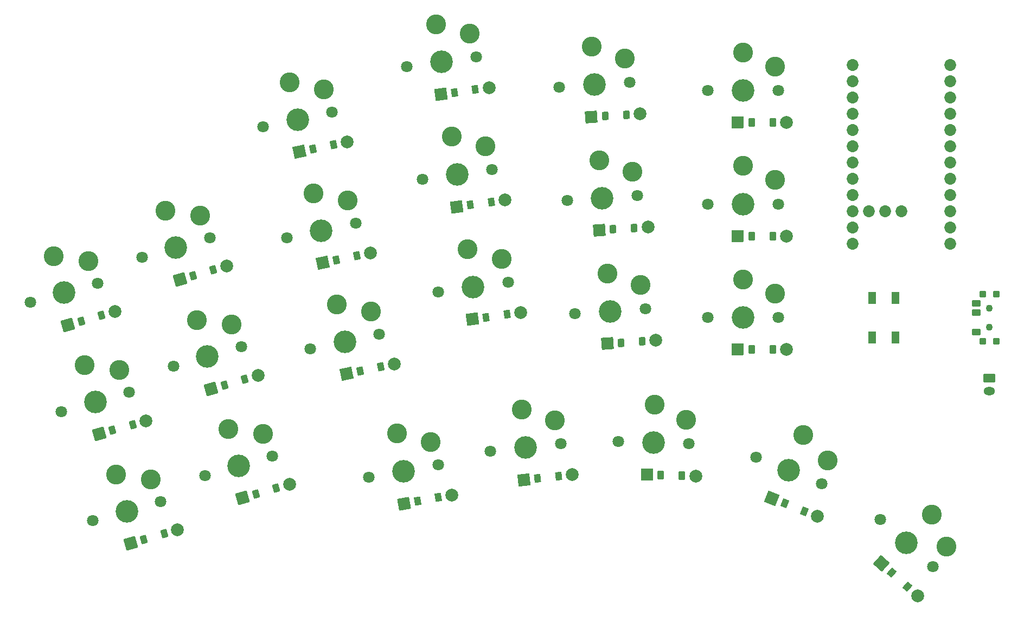
<source format=gbr>
%TF.GenerationSoftware,KiCad,Pcbnew,8.0.4*%
%TF.CreationDate,2024-08-02T12:22:31+01:00*%
%TF.ProjectId,left,6c656674-2e6b-4696-9361-645f70636258,v1.0.0*%
%TF.SameCoordinates,Original*%
%TF.FileFunction,Soldermask,Top*%
%TF.FilePolarity,Negative*%
%FSLAX46Y46*%
G04 Gerber Fmt 4.6, Leading zero omitted, Abs format (unit mm)*
G04 Created by KiCad (PCBNEW 8.0.4) date 2024-08-02 12:22:31*
%MOMM*%
%LPD*%
G01*
G04 APERTURE LIST*
G04 Aperture macros list*
%AMRoundRect*
0 Rectangle with rounded corners*
0 $1 Rounding radius*
0 $2 $3 $4 $5 $6 $7 $8 $9 X,Y pos of 4 corners*
0 Add a 4 corners polygon primitive as box body*
4,1,4,$2,$3,$4,$5,$6,$7,$8,$9,$2,$3,0*
0 Add four circle primitives for the rounded corners*
1,1,$1+$1,$2,$3*
1,1,$1+$1,$4,$5*
1,1,$1+$1,$6,$7*
1,1,$1+$1,$8,$9*
0 Add four rect primitives between the rounded corners*
20,1,$1+$1,$2,$3,$4,$5,0*
20,1,$1+$1,$4,$5,$6,$7,0*
20,1,$1+$1,$6,$7,$8,$9,0*
20,1,$1+$1,$8,$9,$2,$3,0*%
G04 Aperture macros list end*
%ADD10C,3.529000*%
%ADD11C,1.801800*%
%ADD12C,3.100000*%
%ADD13RoundRect,0.050000X-0.267185X-0.700794X0.597950X-0.452720X0.267185X0.700794X-0.597950X0.452720X0*%
%ADD14RoundRect,0.050000X-0.609520X-1.099603X1.099603X-0.609520X0.609520X1.099603X-1.099603X0.609520X0*%
%ADD15C,2.005000*%
%ADD16RoundRect,0.050000X-0.315419X-0.680449X0.564913X-0.493328X0.315419X0.680449X-0.564913X0.493328X0*%
%ADD17RoundRect,0.050000X-0.684740X-1.054407X1.054407X-0.684740X0.684740X1.054407X-1.054407X0.684740X0*%
%ADD18RoundRect,0.050000X-0.362117X-0.656789X0.529124X-0.531533X0.362117X0.656789X-0.529124X0.531533X0*%
%ADD19RoundRect,0.050000X-0.756623X-1.004073X1.004073X-0.756623X0.756623X1.004073X-1.004073X0.756623X0*%
%ADD20RoundRect,0.050000X-0.407050X-0.629929X0.490758X-0.567148X0.407050X0.629929X-0.490758X0.567148X0*%
%ADD21RoundRect,0.050000X-0.824821X-0.948848X0.948848X-0.824821X0.824821X0.948848X-0.948848X0.824821X0*%
%ADD22RoundRect,0.050000X-0.450000X-0.600000X0.450000X-0.600000X0.450000X0.600000X-0.450000X0.600000X0*%
%ADD23RoundRect,0.050000X-0.889000X-0.889000X0.889000X-0.889000X0.889000X0.889000X-0.889000X0.889000X0*%
%ADD24RoundRect,0.050000X-0.338975X-0.669026X0.547352X-0.512743X0.338975X0.669026X-0.547352X0.512743X0*%
%ADD25RoundRect,0.050000X-0.721121X-1.029867X1.029867X-0.721121X0.721121X1.029867X-1.029867X0.721121X0*%
%ADD26RoundRect,0.050000X-0.384818X-0.643751X0.510252X-0.549675X0.384818X0.643751X-0.510252X0.549675X0*%
%ADD27RoundRect,0.050000X-0.791204X-0.977056X0.977056X-0.791204X0.791204X0.977056X-0.977056X0.791204X0*%
%ADD28RoundRect,0.050000X-0.470666X-0.583930X0.428786X-0.615339X0.470666X0.583930X-0.428786X0.615339X0*%
%ADD29RoundRect,0.050000X-0.919484X-0.857433X0.857433X-0.919484X0.919484X0.857433X-0.857433X0.919484X0*%
%ADD30RoundRect,0.050000X-0.641997X-0.387737X0.192469X-0.724883X0.641997X0.387737X-0.192469X0.724883X0*%
%ADD31RoundRect,0.050000X-1.157292X-0.491241X0.491241X-1.157292X1.157292X0.491241X-0.491241X1.157292X0*%
%ADD32RoundRect,0.050000X-0.735894X-0.144778X-0.067063X-0.746996X0.735894X0.144778X0.067063X0.746996X0*%
%ADD33RoundRect,0.050000X-1.255513X-0.065799X0.065799X-1.255513X1.255513X0.065799X-0.065799X1.255513X0*%
%ADD34C,1.852600*%
%ADD35RoundRect,0.050000X-0.850000X0.600000X-0.850000X-0.600000X0.850000X-0.600000X0.850000X0.600000X0*%
%ADD36O,1.800000X1.300000*%
%ADD37RoundRect,0.050000X-0.550000X0.900000X-0.550000X-0.900000X0.550000X-0.900000X0.550000X0.900000X0*%
%ADD38C,1.100000*%
%ADD39RoundRect,0.050000X-0.625000X0.450000X-0.625000X-0.450000X0.625000X-0.450000X0.625000X0.450000X0*%
%ADD40RoundRect,0.050000X-0.450000X0.450000X-0.450000X-0.450000X0.450000X-0.450000X0.450000X0.450000X0*%
G04 APERTURE END LIST*
D10*
%TO.C,S1*%
X128379977Y-166052450D03*
D11*
X133666918Y-164536446D03*
X123093036Y-167568454D03*
D12*
X132152641Y-161069533D03*
X126739934Y-160332944D03*
%TD*%
D10*
%TO.C,S2*%
X123487424Y-148990060D03*
D11*
X128774365Y-147474056D03*
X118200483Y-150506064D03*
D12*
X127260088Y-144007143D03*
X121847381Y-143270554D03*
%TD*%
D10*
%TO.C,S3*%
X118594861Y-131927657D03*
D11*
X123881802Y-130411653D03*
X113307920Y-133443661D03*
D12*
X122367525Y-126944740D03*
X116954818Y-126208151D03*
%TD*%
D10*
%TO.C,S4*%
X145852358Y-158961721D03*
D11*
X151139299Y-157445717D03*
X140565417Y-160477725D03*
D12*
X149625022Y-153978804D03*
X144212315Y-153242215D03*
%TD*%
D10*
%TO.C,S5*%
X140959797Y-141899329D03*
D11*
X146246738Y-140383325D03*
X135672856Y-143415333D03*
D12*
X144732461Y-136916412D03*
X139319754Y-136179823D03*
%TD*%
D10*
%TO.C,S6*%
X136067238Y-124836931D03*
D11*
X141354179Y-123320927D03*
X130780297Y-126352935D03*
D12*
X139839902Y-119854014D03*
X134427195Y-119117425D03*
%TD*%
D10*
%TO.C,S7*%
X162433012Y-139566748D03*
D11*
X167812824Y-138423239D03*
X157053200Y-140710257D03*
D12*
X166544077Y-134859137D03*
X161195937Y-133746770D03*
%TD*%
D10*
%TO.C,S8*%
X158742580Y-122204621D03*
D11*
X164122392Y-121061112D03*
X153362768Y-123348130D03*
D12*
X162853645Y-117497010D03*
X157505505Y-116384643D03*
%TD*%
%TO.C,S9*%
X153815072Y-99022528D03*
X159163212Y-100134895D03*
D11*
X149672335Y-105986015D03*
X160431959Y-103698997D03*
D10*
X155052147Y-104842506D03*
%TD*%
%TO.C,S10*%
X182449804Y-131007503D03*
D11*
X187896278Y-130242056D03*
X177003330Y-131772950D03*
D12*
X186879241Y-126598133D03*
X181621724Y-125115408D03*
%TD*%
D10*
%TO.C,S11*%
X179979486Y-113430243D03*
D11*
X185425960Y-112664796D03*
X174533012Y-114195690D03*
D12*
X184408923Y-109020873D03*
X179151406Y-107538148D03*
%TD*%
D10*
%TO.C,S12*%
X177509157Y-95852993D03*
D11*
X182955631Y-95087546D03*
X172062683Y-96618440D03*
D12*
X181938594Y-91443623D03*
X176681077Y-89960898D03*
%TD*%
D10*
%TO.C,S13*%
X203851638Y-134831322D03*
D11*
X209338241Y-134447662D03*
X198365035Y-135214982D03*
D12*
X208577872Y-130741669D03*
X203436587Y-128895816D03*
%TD*%
D10*
%TO.C,S14*%
X202613460Y-117124562D03*
D11*
X208100063Y-116740902D03*
X197126857Y-117508222D03*
D12*
X207339694Y-113034909D03*
X202198409Y-111189056D03*
%TD*%
D10*
%TO.C,S15*%
X201375288Y-99417799D03*
D11*
X206861891Y-99034139D03*
X195888685Y-99801459D03*
D12*
X206101522Y-95328146D03*
X200960237Y-93482293D03*
%TD*%
D10*
%TO.C,S16*%
X224573648Y-135802128D03*
D11*
X230073647Y-135802132D03*
X219073649Y-135802124D03*
D12*
X229573651Y-132052127D03*
X224573647Y-129852128D03*
%TD*%
D10*
%TO.C,S17*%
X224573647Y-118052136D03*
D11*
X230073646Y-118052140D03*
X219073648Y-118052132D03*
D12*
X229573650Y-114302135D03*
X224573646Y-112102136D03*
%TD*%
D10*
%TO.C,S18*%
X224573644Y-100302135D03*
D11*
X230073643Y-100302139D03*
X219073645Y-100302131D03*
D12*
X229573647Y-96552134D03*
X224573643Y-94352135D03*
%TD*%
D10*
%TO.C,S19*%
X171573650Y-159802139D03*
D11*
X176990092Y-158847079D03*
X166157208Y-160757199D03*
D12*
X175846504Y-155240870D03*
X170540443Y-153942533D03*
%TD*%
D10*
%TO.C,S20*%
X190643769Y-156086362D03*
D11*
X196113640Y-155511456D03*
X185173898Y-156661268D03*
D12*
X195224393Y-151834263D03*
X190021825Y-150168957D03*
%TD*%
D10*
%TO.C,S21*%
X210589722Y-155337480D03*
D11*
X216086370Y-155529431D03*
X205093074Y-155145529D03*
D12*
X215717549Y-151764261D03*
X210797373Y-149391105D03*
%TD*%
D10*
%TO.C,S22*%
X231735802Y-159699079D03*
D11*
X236835313Y-161759416D03*
X226636291Y-157638742D03*
D12*
X237776493Y-158095171D03*
X233964712Y-154182336D03*
%TD*%
D10*
%TO.C,S23*%
X250114864Y-171030017D03*
D11*
X254202162Y-174710232D03*
X246027566Y-167349802D03*
D12*
X256339828Y-171588876D03*
X254096191Y-166608306D03*
%TD*%
D13*
%TO.C,D1*%
X131055871Y-170486643D03*
X134228033Y-169577039D03*
D14*
X128979546Y-171082019D03*
D15*
X136304358Y-168981663D03*
%TD*%
D13*
%TO.C,D2*%
X126163308Y-153424255D03*
X129335470Y-152514651D03*
D14*
X124086983Y-154019631D03*
D15*
X131411795Y-151919275D03*
%TD*%
D13*
%TO.C,D3*%
X121270748Y-136361862D03*
X124442910Y-135452258D03*
D14*
X119194423Y-136957238D03*
D15*
X126519235Y-134856882D03*
%TD*%
D13*
%TO.C,D4*%
X148528249Y-163395928D03*
X151700411Y-162486324D03*
D14*
X146451924Y-163991304D03*
D15*
X153776736Y-161890948D03*
%TD*%
D13*
%TO.C,D5*%
X143635697Y-146333526D03*
X146807859Y-145423922D03*
D14*
X141559372Y-146928902D03*
D15*
X148884184Y-144828546D03*
%TD*%
D13*
%TO.C,D6*%
X138743128Y-129271127D03*
X141915290Y-128361523D03*
D14*
X136666803Y-129866503D03*
D15*
X143991615Y-127766147D03*
%TD*%
D16*
%TO.C,D7*%
X164793069Y-144176806D03*
X168020955Y-143490696D03*
D17*
X162680270Y-144625894D03*
D15*
X170133754Y-143041608D03*
%TD*%
D16*
%TO.C,D8*%
X161102643Y-126814694D03*
X164330529Y-126128584D03*
D17*
X158989844Y-127263782D03*
D15*
X166443328Y-125679496D03*
%TD*%
D16*
%TO.C,D9*%
X157412209Y-109452563D03*
X160640095Y-108766453D03*
D17*
X155299410Y-109901651D03*
D15*
X162752894Y-108317365D03*
%TD*%
D18*
%TO.C,D10*%
X184482531Y-135770963D03*
X187750415Y-135311691D03*
D19*
X182343552Y-136071575D03*
D15*
X189889394Y-135011079D03*
%TD*%
D18*
%TO.C,D11*%
X182012208Y-118193699D03*
X185280092Y-117734427D03*
D19*
X179873229Y-118494311D03*
D15*
X187419071Y-117433815D03*
%TD*%
D18*
%TO.C,D12*%
X179541886Y-100616438D03*
X182809770Y-100157166D03*
D19*
X177402907Y-100917050D03*
D15*
X184948749Y-99856554D03*
%TD*%
D20*
%TO.C,D13*%
X205547132Y-139724968D03*
X208839094Y-139494768D03*
D21*
X203392394Y-139875639D03*
D15*
X210993832Y-139344097D03*
%TD*%
D20*
%TO.C,D14*%
X204308960Y-122018208D03*
X207600922Y-121788008D03*
D21*
X202154222Y-122168879D03*
D15*
X209755660Y-121637337D03*
%TD*%
D20*
%TO.C,D15*%
X203070780Y-104311438D03*
X206362742Y-104081238D03*
D21*
X200916042Y-104462109D03*
D15*
X208517480Y-103930567D03*
%TD*%
D22*
%TO.C,D16*%
X225923647Y-140802129D03*
X229223647Y-140802125D03*
D23*
X223763648Y-140802128D03*
D15*
X231383646Y-140802126D03*
%TD*%
D22*
%TO.C,D17*%
X225923651Y-123052136D03*
X229223651Y-123052132D03*
D23*
X223763652Y-123052135D03*
D15*
X231383650Y-123052133D03*
%TD*%
D22*
%TO.C,D18*%
X225923656Y-105302138D03*
X229223656Y-105302134D03*
D23*
X223763657Y-105302137D03*
D15*
X231383655Y-105302135D03*
%TD*%
D24*
%TO.C,D19*%
X173771376Y-164491750D03*
X177021240Y-163918710D03*
D25*
X171644191Y-164866829D03*
D15*
X179148425Y-163543631D03*
%TD*%
D26*
%TO.C,D20*%
X192509020Y-160917860D03*
X195790942Y-160572912D03*
D27*
X190360852Y-161143638D03*
D15*
X197939110Y-160347134D03*
%TD*%
D28*
%TO.C,D21*%
X211764402Y-160381541D03*
X215062392Y-160496705D03*
D29*
X209605717Y-160306155D03*
D15*
X217221077Y-160572091D03*
%TD*%
D30*
%TO.C,D22*%
X231114469Y-164840716D03*
X234174177Y-166076908D03*
D31*
X229111752Y-164031561D03*
D15*
X236176894Y-166886063D03*
%TD*%
D32*
%TO.C,D23*%
X247772463Y-175649060D03*
X250224833Y-177857194D03*
D33*
X246167268Y-174203741D03*
D15*
X251830028Y-179302513D03*
%TD*%
D34*
%TO.C,MCU1*%
X256943657Y-96332138D03*
X256943656Y-98872131D03*
X256943656Y-101412133D03*
X256943655Y-103952134D03*
X256943655Y-106492135D03*
X256943657Y-109032132D03*
X256943655Y-111572132D03*
X256943655Y-114112134D03*
X256943655Y-116652133D03*
X256943656Y-119192132D03*
X256943655Y-121732133D03*
X256943655Y-124272134D03*
X241703655Y-124272128D03*
X241703656Y-121732135D03*
X241703656Y-119192133D03*
X241703657Y-116652132D03*
X241703657Y-114112131D03*
X241703655Y-111572134D03*
X241703657Y-109032134D03*
X241703657Y-106492132D03*
X241703657Y-103952133D03*
X241703656Y-101412134D03*
X241703657Y-98872133D03*
X241703657Y-96332132D03*
X244243658Y-119192134D03*
X246783656Y-119192134D03*
X249323657Y-119192134D03*
%TD*%
D35*
%TO.C,JST1*%
X263073648Y-145302129D03*
D36*
X263073648Y-147302129D03*
%TD*%
D37*
%TO.C,B1*%
X248423652Y-132702143D03*
X248423651Y-138902137D03*
X244723653Y-132702137D03*
X244723652Y-138902131D03*
%TD*%
D38*
%TO.C,T1*%
X263073645Y-137302138D03*
X263073647Y-134302138D03*
D39*
X260998648Y-138052138D03*
X260998648Y-135052136D03*
X260998646Y-133552138D03*
D40*
X264173646Y-139502138D03*
X261973646Y-139502136D03*
X261973646Y-132102138D03*
X264173646Y-132102140D03*
%TD*%
M02*

</source>
